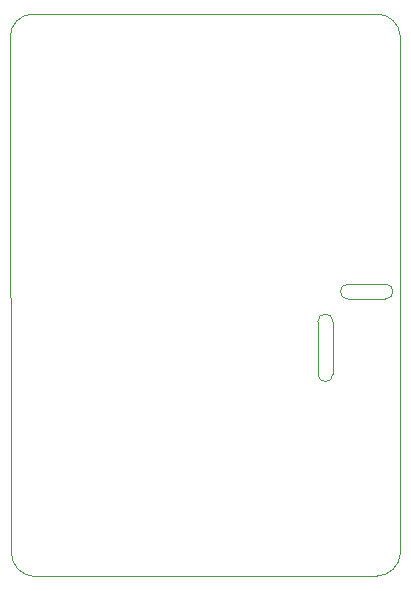
<source format=gbr>
%TF.GenerationSoftware,KiCad,Pcbnew,(6.0.0)*%
%TF.CreationDate,2022-01-25T23:20:27+01:00*%
%TF.ProjectId,esp-temp-thingi-pcb,6573702d-7465-46d7-902d-7468696e6769,rev?*%
%TF.SameCoordinates,Original*%
%TF.FileFunction,Profile,NP*%
%FSLAX46Y46*%
G04 Gerber Fmt 4.6, Leading zero omitted, Abs format (unit mm)*
G04 Created by KiCad (PCBNEW (6.0.0)) date 2022-01-25 23:20:27*
%MOMM*%
%LPD*%
G01*
G04 APERTURE LIST*
%TA.AperFunction,Profile*%
%ADD10C,0.100000*%
%TD*%
G04 APERTURE END LIST*
D10*
X167640000Y-93980000D02*
X170815000Y-93980000D01*
X167640000Y-93980000D02*
G75*
G03*
X167640000Y-95250000I0J-635000D01*
G01*
X165100000Y-97155000D02*
X165100000Y-101600000D01*
X170815000Y-95250000D02*
X167640000Y-95250000D01*
X170132428Y-118698401D02*
G75*
G03*
X172085000Y-116840000I-74046J2032756D01*
G01*
X165100000Y-101600000D02*
G75*
G03*
X166370000Y-101600000I635000J0D01*
G01*
X166370000Y-97155000D02*
G75*
G03*
X165100000Y-97155000I-635000J0D01*
G01*
X141035247Y-118726122D02*
X170132428Y-118698401D01*
X139155238Y-116744084D02*
G75*
G03*
X141035247Y-118726122I1984807J0D01*
G01*
X172085000Y-73025000D02*
G75*
G03*
X170102962Y-71120000I-1982039J-78597D01*
G01*
X172085000Y-116840000D02*
X172085000Y-73025000D01*
X170815000Y-95250000D02*
G75*
G03*
X170815000Y-93980000I0J635000D01*
G01*
X140970000Y-71120000D02*
G75*
G03*
X139065000Y-73025000I1J-1905001D01*
G01*
X166370000Y-101600000D02*
X166370000Y-97155000D01*
X139065000Y-73025000D02*
X139155239Y-116744084D01*
X140970000Y-71120000D02*
X170180000Y-71120000D01*
M02*

</source>
